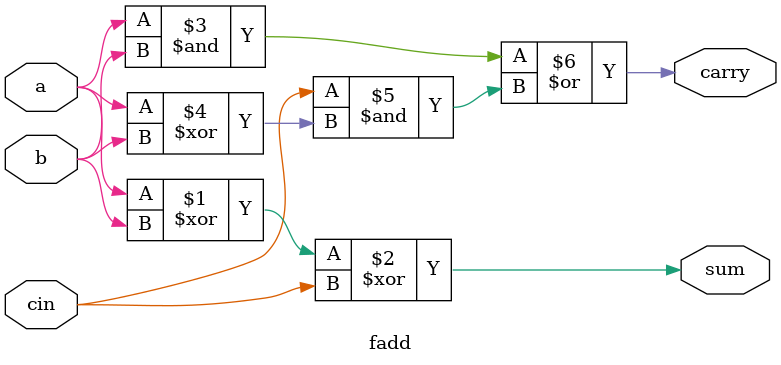
<source format=v>
module fadd(a,b,cin,sum,carry);
input a,b,cin;
output sum,carry;
assign sum=( (a ^ b)^cin);
assign carry= ( (a & b)| ( cin &(a ^ b )));
endmodule

</source>
